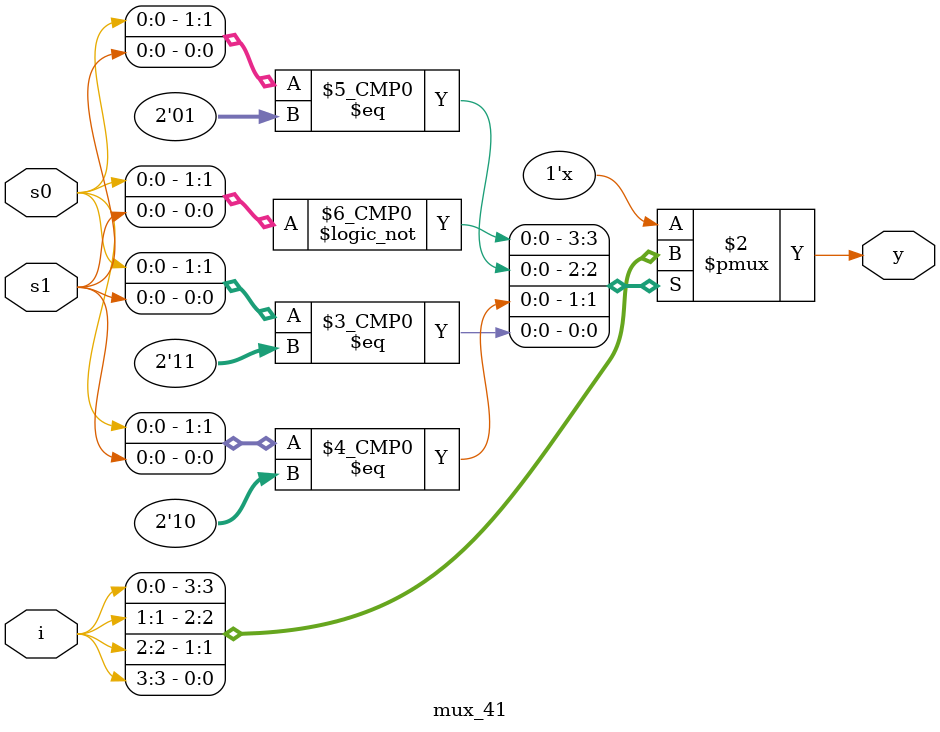
<source format=v>
module mux_41(y,i,s0,s1);
input [3:0]i;
input s0,s1;
output reg y;
always @ (s0 or s1 or i)
begin
case({s0,s1})
2'b00:y=i[0];
2'b01:y=i[1];
2'b10:y=i[2];
2'b11:y=i[3];
endcase
end
endmodule

</source>
